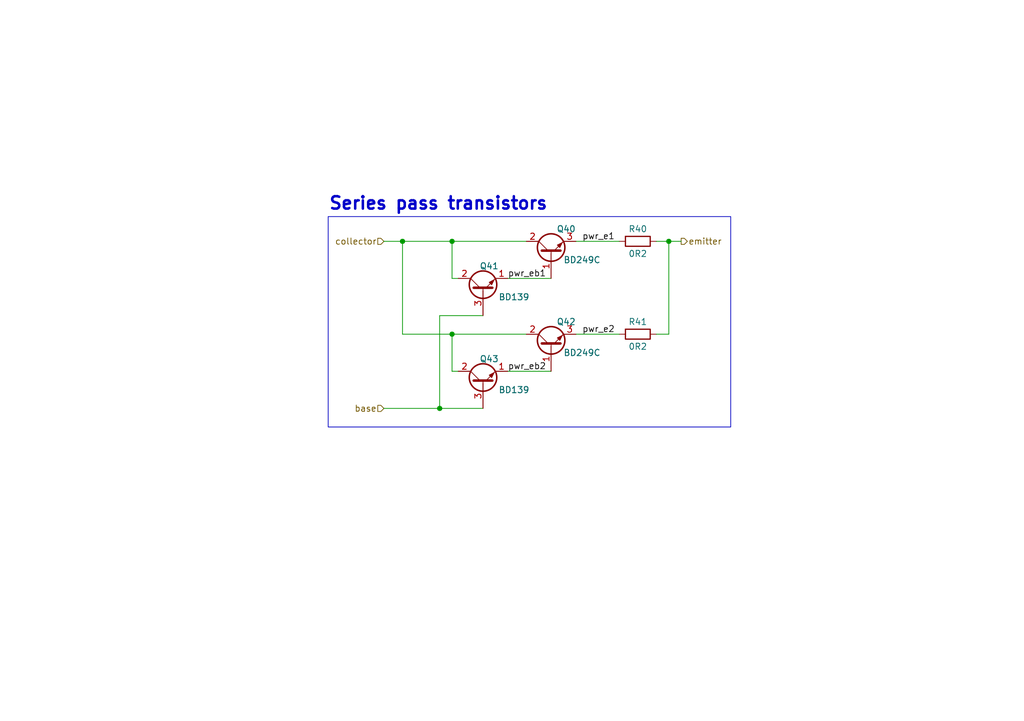
<source format=kicad_sch>
(kicad_sch (version 20231120) (generator "eeschema") (generator_version "8.0")
  (paper "A5")
  (title_block (title "DW3005T-power-board") (date "2024-02-26") (rev "1.0.0") (company "Dominik Workshop"))
  (lib_symbols
    (symbol "Device:R" (pin_numbers hide) (pin_names (offset 0))
      (property "Reference" "R" (at 2.032 0 90))
      (property "Value" "R" (at 0 0 90))
      (symbol "R_0_1"
        (rectangle (start -1.016 -2.54) (end 1.016 2.54) (stroke (width 0.254)))
      )
      (symbol "R_1_1"
        (pin passive line (at 0 3.81 270) (length 1.27) (name "~") (number "1"))
        (pin passive line (at 0 -3.81 90) (length 1.27) (name "~") (number "2"))
      )
    )
    (symbol "Transistor_BJT:BD139" (pin_names (offset 0) hide)
      (property "Reference" "Q" (at 5.08 1.905 0))
      (property "Value" "BD139" (at 5.08 0 0))
      (symbol "BD139_0_1"
        (polyline (pts (xy 0 0) (xy 0.635 0)))
        (polyline (pts (xy 2.54 -2.54) (xy 0.635 -0.635)))
        (polyline (pts (xy 2.54 2.54) (xy 0.635 0.635)))
        (polyline (pts (xy 0.635 1.905) (xy 0.635 -1.905) (xy 0.635 -1.905)) (stroke (width 0.508)) (fill (type outline)))
        (polyline (pts (xy 1.2446 -1.778) (xy 1.7526 -1.27) (xy 2.286 -2.286) (xy 1.2446 -1.778) (xy 1.2446 -1.778)) (fill (type outline)))
        (circle (center 1.27 0) (radius 2.8194) (stroke (width 0.3048)))
      )
      (symbol "BD139_1_1"
        (pin passive line (at 2.54 -5.08 90) (length 2.54) (name "E") (number "1"))
        (pin passive line (at 2.54 5.08 270) (length 2.54) (name "C") (number "2"))
        (pin input line (at -5.08 0 0) (length 5.08) (name "B") (number "3"))
      )
    )
    (symbol "Transistor_BJT:BD249C" (pin_names (offset 0) hide)
      (property "Reference" "Q" (at 6.35 1.905 0))
      (property "Value" "BD249C" (at 6.35 0 0))
      (symbol "BD249C_0_1"
        (polyline (pts (xy 0 0) (xy 0.635 0)))
        (polyline (pts (xy 2.54 2.54) (xy 0.635 0.635)))
        (polyline (pts (xy 0.635 1.905) (xy 0.635 -1.905) (xy 0.635 -1.905)) (stroke (width 0.508)))
        (polyline (pts (xy 2.286 -2.286) (xy 1.778 -1.778) (xy 1.778 -1.778)))
        (polyline (pts (xy 2.54 -2.54) (xy 0.635 -0.635) (xy 1.27 -1.27)) (fill (type outline)))
        (polyline (pts (xy 1.27 -1.778) (xy 1.778 -1.27) (xy 2.286 -2.286) (xy 1.27 -1.778) (xy 1.27 -1.778)) (fill (type outline)))
        (circle (center 1.27 0) (radius 2.8194) (stroke (width 0.3048)))
      )
      (symbol "BD249C_1_1"
        (pin input line (at -5.08 0 0) (length 5.08) (name "B") (number "1"))
        (pin passive line (at 2.54 5.08 270) (length 2.54) (name "C") (number "2"))
        (pin passive line (at 2.54 -5.08 90) (length 2.54) (name "E") (number "3"))
      )
    )
  )
  (junction (at 90.17 83.82))
  (junction (at 137.16 49.53))
  (junction (at 82.55 49.53))
  (junction (at 92.71 49.53))
  (junction (at 92.71 68.58))
  (wire (pts (xy 78.74 83.82) (xy 90.17 83.82)))
  (wire (pts (xy 137.16 49.53) (xy 137.16 68.58)))
  (wire (pts (xy 92.71 49.53) (xy 92.71 57.15)))
  (wire (pts (xy 118.11 68.58) (xy 127 68.58)))
  (wire (pts (xy 82.55 49.53) (xy 92.71 49.53)))
  (wire (pts (xy 99.06 83.82) (xy 90.17 83.82)))
  (wire (pts (xy 82.55 68.58) (xy 92.71 68.58)))
  (wire (pts (xy 104.14 76.2) (xy 113.03 76.2)))
  (wire (pts (xy 134.62 49.53) (xy 137.16 49.53)))
  (wire (pts (xy 92.71 68.58) (xy 107.95 68.58)))
  (wire (pts (xy 92.71 49.53) (xy 107.95 49.53)))
  (wire (pts (xy 118.11 49.53) (xy 127 49.53)))
  (wire (pts (xy 90.17 64.77) (xy 90.17 83.82)))
  (wire (pts (xy 137.16 49.53) (xy 139.7 49.53)))
  (wire (pts (xy 92.71 68.58) (xy 92.71 76.2)))
  (wire (pts (xy 92.71 57.15) (xy 93.98 57.15)))
  (wire (pts (xy 92.71 76.2) (xy 93.98 76.2)))
  (wire (pts (xy 99.06 64.77) (xy 90.17 64.77)))
  (wire (pts (xy 82.55 49.53) (xy 82.55 68.58)))
  (wire (pts (xy 134.62 68.58) (xy 137.16 68.58)))
  (wire (pts (xy 78.74 49.53) (xy 82.55 49.53)))
  (wire (pts (xy 104.14 57.15) (xy 113.03 57.15)))
  (rectangle (start 67.31 44.45) (end 149.86 87.63))
  (text "Series pass transistors" (at 67.31 41.91 0) (effects (font (size 2.54 2.54) (thickness 0.508) (bold yes)) (justify left)))
  (label "pwr_e2" (at 119.38 68.58 0))
  (label "pwr_eb2" (at 104.14 76.2 0))
  (label "pwr_e1" (at 119.38 49.53 0))
  (label "pwr_eb1" (at 104.14 57.15 0))
  (hierarchical_label "emitter" (shape output) (at 139.7 49.53 0))
  (hierarchical_label "base" (shape input) (at 78.74 83.82 180))
  (hierarchical_label "collector" (shape input) (at 78.74 49.53 180))
  (symbol (lib_id "Device:R") (at 130.81 68.58 90) (unit 1)
    (property "Reference" "R41" (at 130.81 66.04 90))
    (property "Value" "0R2" (at 130.81 71.12 90))
    (property "Footprint" "Resistor_THT:R_Axial_DIN0414_L11.9mm_D4.5mm_P15.24mm_Horizontal" (effects (hide yes)))
    (instances (project "pcb_power" (path "" (reference "R41") (unit 1))) (project "PSU" (path "" (reference "R204") (unit 1))))
  )
  (symbol (lib_id "Transistor_BJT:BD139") (at 99.06 59.69 90) (unit 1)
    (property "Reference" "Q41" (at 100.33 54.61 90))
    (property "Value" "BD139" (at 105.41 60.96 90))
    (property "Footprint" "Package_TO_SOT_THT:TO-126-3_Horizontal_TabUp" (effects (hide yes)))
    (property "Datasheet" "http://www.st.com/internet/com/TECHNICAL_RESOURCES/TECHNICAL_LITERATURE/DATASHEET/CD00001225.pdf" (effects (hide yes)))
    (instances (project "pcb_power" (path "" (reference "Q41") (unit 1))) (project "PSU" (path "" (reference "Q202") (unit 1))))
  )
  (symbol (lib_id "Transistor_BJT:BD139") (at 99.06 78.74 90) (unit 1)
    (property "Reference" "Q43" (at 100.33 73.66 90))
    (property "Value" "BD139" (at 105.41 80.01 90))
    (property "Footprint" "Package_TO_SOT_THT:TO-126-3_Horizontal_TabUp" (effects (hide yes)))
    (property "Datasheet" "http://www.st.com/internet/com/TECHNICAL_RESOURCES/TECHNICAL_LITERATURE/DATASHEET/CD00001225.pdf" (effects (hide yes)))
    (instances (project "pcb_power" (path "" (reference "Q43") (unit 1))) (project "PSU" (path "" (reference "Q205") (unit 1))))
  )
  (symbol (lib_id "Device:R") (at 130.81 49.53 90) (unit 1)
    (property "Reference" "R40" (at 130.81 46.99 90))
    (property "Value" "0R2" (at 130.81 52.07 90))
    (property "Footprint" "Resistor_THT:R_Axial_DIN0414_L11.9mm_D4.5mm_P15.24mm_Horizontal" (effects (hide yes)))
    (instances (project "pcb_power" (path "" (reference "R40") (unit 1))) (project "PSU" (path "" (reference "R201") (unit 1))))
  )
  (symbol (lib_id "Transistor_BJT:BD249C") (at 113.03 71.12 90) (unit 1)
    (property "Reference" "Q42" (at 118.11 66.04 90) (effects (justify left)))
    (property "Value" "BD249C" (at 123.19 72.39 90) (effects (justify left)))
    (property "Footprint" "Package_TO_SOT_THT:TO-247-3_Horizontal_TabUp" (effects (hide yes)))
    (property "Datasheet" "http://www.mospec.com.tw/pdf/power/BD249.pdf" (effects (hide yes)))
    (instances (project "pcb_power" (path "" (reference "Q42") (unit 1))) (project "PSU" (path "" (reference "Q203") (unit 1))))
  )
  (symbol (lib_id "Transistor_BJT:BD249C") (at 113.03 52.07 90) (unit 1)
    (property "Reference" "Q40" (at 118.11 46.99 90) (effects (justify left)))
    (property "Value" "BD249C" (at 123.19 53.34 90) (effects (justify left)))
    (property "Footprint" "Package_TO_SOT_THT:TO-247-3_Horizontal_TabUp" (effects (hide yes)))
    (property "Datasheet" "http://www.mospec.com.tw/pdf/power/BD249.pdf" (effects (hide yes)))
    (instances (project "pcb_power" (path "" (reference "Q40") (unit 1))) (project "PSU" (path "" (reference "Q201") (unit 1))))
  )
)
</source>
